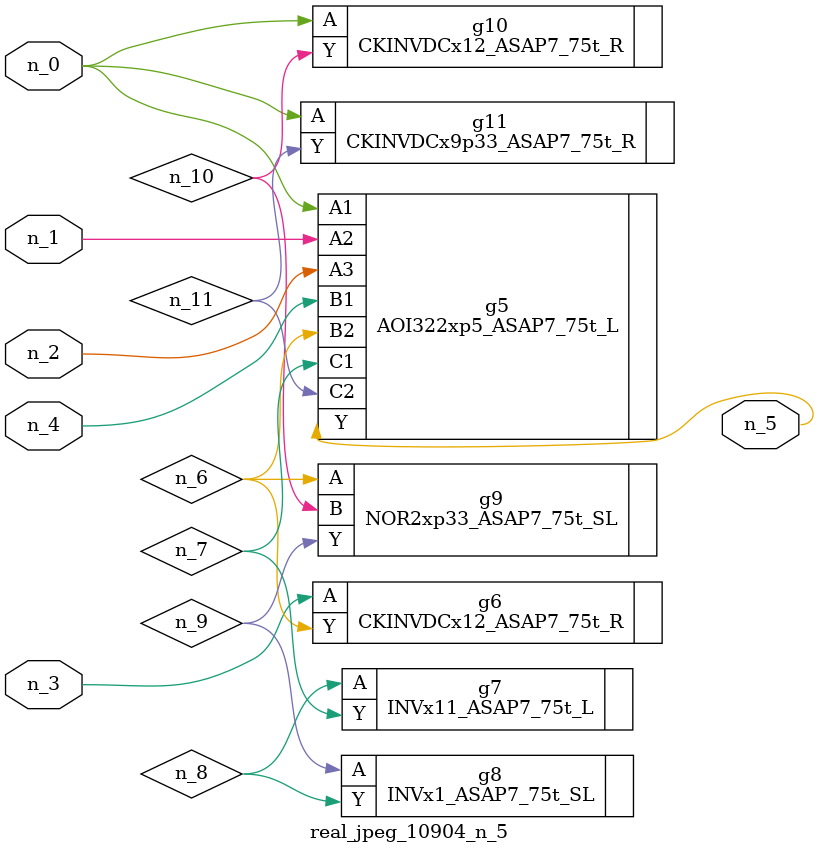
<source format=v>
module real_jpeg_10904_n_5 (n_4, n_0, n_1, n_2, n_3, n_5);

input n_4;
input n_0;
input n_1;
input n_2;
input n_3;

output n_5;

wire n_8;
wire n_11;
wire n_6;
wire n_7;
wire n_10;
wire n_9;

AOI322xp5_ASAP7_75t_L g5 ( 
.A1(n_0),
.A2(n_1),
.A3(n_2),
.B1(n_4),
.B2(n_6),
.C1(n_7),
.C2(n_11),
.Y(n_5)
);

CKINVDCx12_ASAP7_75t_R g10 ( 
.A(n_0),
.Y(n_10)
);

CKINVDCx9p33_ASAP7_75t_R g11 ( 
.A(n_0),
.Y(n_11)
);

CKINVDCx12_ASAP7_75t_R g6 ( 
.A(n_3),
.Y(n_6)
);

NOR2xp33_ASAP7_75t_SL g9 ( 
.A(n_6),
.B(n_10),
.Y(n_9)
);

INVx11_ASAP7_75t_L g7 ( 
.A(n_8),
.Y(n_7)
);

INVx1_ASAP7_75t_SL g8 ( 
.A(n_9),
.Y(n_8)
);


endmodule
</source>
